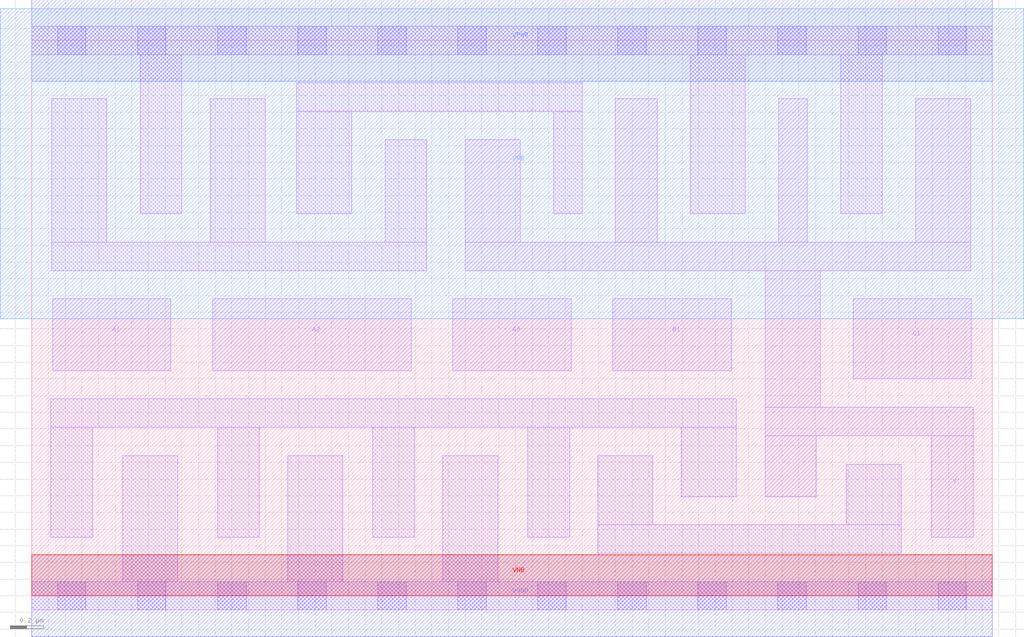
<source format=lef>
# Copyright 2020 The SkyWater PDK Authors
#
# Licensed under the Apache License, Version 2.0 (the "License");
# you may not use this file except in compliance with the License.
# You may obtain a copy of the License at
#
#     https://www.apache.org/licenses/LICENSE-2.0
#
# Unless required by applicable law or agreed to in writing, software
# distributed under the License is distributed on an "AS IS" BASIS,
# WITHOUT WARRANTIES OR CONDITIONS OF ANY KIND, either express or implied.
# See the License for the specific language governing permissions and
# limitations under the License.
#
# SPDX-License-Identifier: Apache-2.0

VERSION 5.7 ;
  NOWIREEXTENSIONATPIN ON ;
  DIVIDERCHAR "/" ;
  BUSBITCHARS "[]" ;
MACRO sky130_fd_sc_hs__o311ai_2
  CLASS CORE ;
  FOREIGN sky130_fd_sc_hs__o311ai_2 ;
  ORIGIN  0.000000  0.000000 ;
  SIZE  5.760000 BY  3.330000 ;
  SYMMETRY X Y ;
  SITE unit ;
  PIN A1
    ANTENNAGATEAREA  0.558000 ;
    DIRECTION INPUT ;
    USE SIGNAL ;
    PORT
      LAYER li1 ;
        RECT 0.125000 1.350000 0.835000 1.780000 ;
    END
  END A1
  PIN A2
    ANTENNAGATEAREA  0.558000 ;
    DIRECTION INPUT ;
    USE SIGNAL ;
    PORT
      LAYER li1 ;
        RECT 1.085000 1.350000 2.275000 1.780000 ;
    END
  END A2
  PIN A3
    ANTENNAGATEAREA  0.558000 ;
    DIRECTION INPUT ;
    USE SIGNAL ;
    PORT
      LAYER li1 ;
        RECT 2.525000 1.350000 3.235000 1.780000 ;
    END
  END A3
  PIN B1
    ANTENNAGATEAREA  0.558000 ;
    DIRECTION INPUT ;
    USE SIGNAL ;
    PORT
      LAYER li1 ;
        RECT 3.485000 1.350000 4.195000 1.780000 ;
    END
  END B1
  PIN C1
    ANTENNAGATEAREA  0.558000 ;
    DIRECTION INPUT ;
    USE SIGNAL ;
    PORT
      LAYER li1 ;
        RECT 4.925000 1.300000 5.635000 1.780000 ;
    END
  END C1
  PIN Y
    ANTENNADIFFAREA  1.754600 ;
    DIRECTION OUTPUT ;
    USE SIGNAL ;
    PORT
      LAYER li1 ;
        RECT 2.600000 1.950000 5.630000 2.120000 ;
        RECT 2.600000 2.120000 2.930000 2.735000 ;
        RECT 3.500000 2.120000 3.750000 2.980000 ;
        RECT 4.400000 0.595000 4.705000 0.960000 ;
        RECT 4.400000 0.960000 5.645000 1.130000 ;
        RECT 4.400000 1.130000 4.730000 1.950000 ;
        RECT 4.480000 2.120000 4.650000 2.980000 ;
        RECT 5.300000 2.120000 5.630000 2.980000 ;
        RECT 5.395000 0.350000 5.645000 0.960000 ;
    END
  END Y
  PIN VGND
    DIRECTION INOUT ;
    USE GROUND ;
    PORT
      LAYER met1 ;
        RECT 0.000000 -0.245000 5.760000 0.245000 ;
    END
  END VGND
  PIN VNB
    DIRECTION INOUT ;
    USE GROUND ;
    PORT
      LAYER pwell ;
        RECT 0.000000 0.000000 5.760000 0.245000 ;
    END
  END VNB
  PIN VPB
    DIRECTION INOUT ;
    USE POWER ;
    PORT
      LAYER nwell ;
        RECT -0.190000 1.660000 5.950000 3.520000 ;
    END
  END VPB
  PIN VPWR
    DIRECTION INOUT ;
    USE POWER ;
    PORT
      LAYER met1 ;
        RECT 0.000000 3.085000 5.760000 3.575000 ;
    END
  END VPWR
  OBS
    LAYER li1 ;
      RECT 0.000000 -0.085000 5.760000 0.085000 ;
      RECT 0.000000  3.245000 5.760000 3.415000 ;
      RECT 0.115000  0.350000 0.365000 1.010000 ;
      RECT 0.115000  1.010000 4.225000 1.180000 ;
      RECT 0.120000  1.950000 2.370000 2.120000 ;
      RECT 0.120000  2.120000 0.450000 2.980000 ;
      RECT 0.545000  0.085000 0.875000 0.840000 ;
      RECT 0.650000  2.290000 0.900000 3.245000 ;
      RECT 1.070000  2.120000 1.400000 2.980000 ;
      RECT 1.115000  0.350000 1.365000 1.010000 ;
      RECT 1.535000  0.085000 1.865000 0.840000 ;
      RECT 1.590000  2.290000 1.920000 2.905000 ;
      RECT 1.590000  2.905000 3.300000 3.075000 ;
      RECT 2.045000  0.350000 2.295000 1.010000 ;
      RECT 2.120000  2.120000 2.370000 2.735000 ;
      RECT 2.465000  0.085000 2.795000 0.840000 ;
      RECT 2.975000  0.350000 3.225000 1.010000 ;
      RECT 3.130000  2.290000 3.300000 2.905000 ;
      RECT 3.395000  0.255000 5.215000 0.425000 ;
      RECT 3.395000  0.425000 3.725000 0.840000 ;
      RECT 3.895000  0.595000 4.225000 1.010000 ;
      RECT 3.950000  2.290000 4.280000 3.245000 ;
      RECT 4.850000  2.290000 5.100000 3.245000 ;
      RECT 4.885000  0.425000 5.215000 0.790000 ;
    LAYER mcon ;
      RECT 0.155000 -0.085000 0.325000 0.085000 ;
      RECT 0.155000  3.245000 0.325000 3.415000 ;
      RECT 0.635000 -0.085000 0.805000 0.085000 ;
      RECT 0.635000  3.245000 0.805000 3.415000 ;
      RECT 1.115000 -0.085000 1.285000 0.085000 ;
      RECT 1.115000  3.245000 1.285000 3.415000 ;
      RECT 1.595000 -0.085000 1.765000 0.085000 ;
      RECT 1.595000  3.245000 1.765000 3.415000 ;
      RECT 2.075000 -0.085000 2.245000 0.085000 ;
      RECT 2.075000  3.245000 2.245000 3.415000 ;
      RECT 2.555000 -0.085000 2.725000 0.085000 ;
      RECT 2.555000  3.245000 2.725000 3.415000 ;
      RECT 3.035000 -0.085000 3.205000 0.085000 ;
      RECT 3.035000  3.245000 3.205000 3.415000 ;
      RECT 3.515000 -0.085000 3.685000 0.085000 ;
      RECT 3.515000  3.245000 3.685000 3.415000 ;
      RECT 3.995000 -0.085000 4.165000 0.085000 ;
      RECT 3.995000  3.245000 4.165000 3.415000 ;
      RECT 4.475000 -0.085000 4.645000 0.085000 ;
      RECT 4.475000  3.245000 4.645000 3.415000 ;
      RECT 4.955000 -0.085000 5.125000 0.085000 ;
      RECT 4.955000  3.245000 5.125000 3.415000 ;
      RECT 5.435000 -0.085000 5.605000 0.085000 ;
      RECT 5.435000  3.245000 5.605000 3.415000 ;
  END
END sky130_fd_sc_hs__o311ai_2
END LIBRARY

</source>
